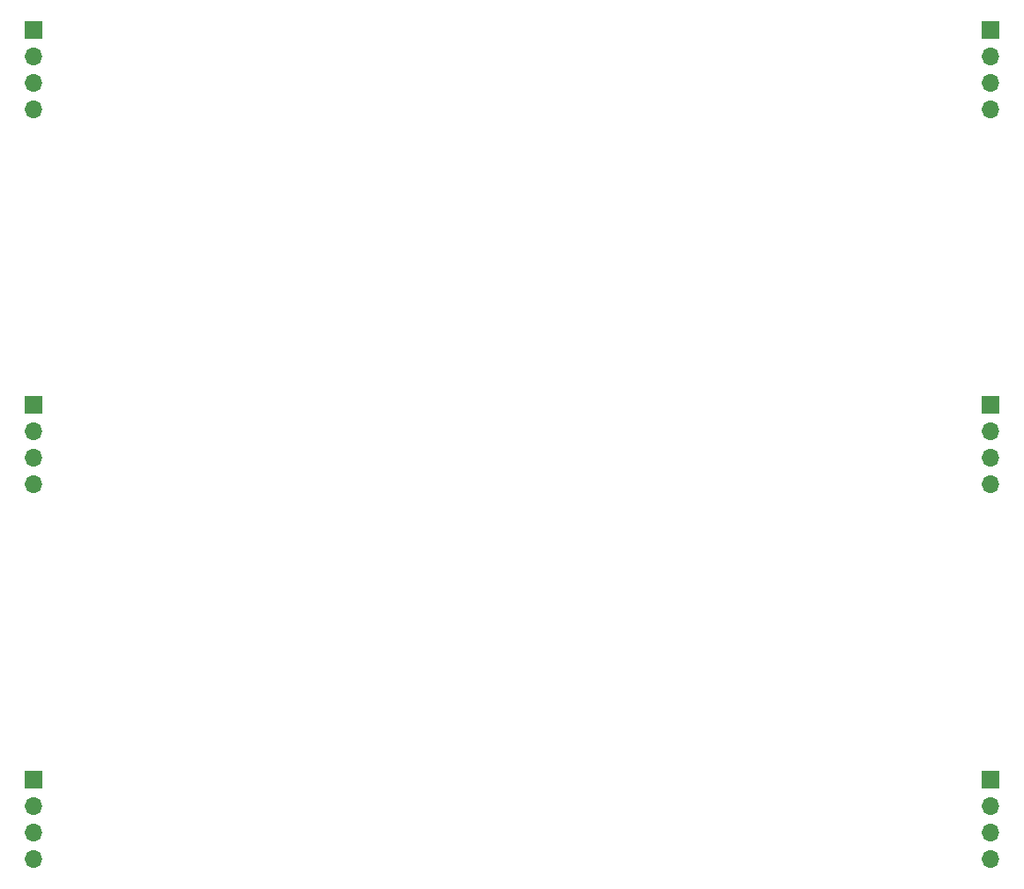
<source format=gbr>
%TF.GenerationSoftware,KiCad,Pcbnew,7.0.2*%
%TF.CreationDate,2023-09-04T15:42:33+02:00*%
%TF.ProjectId,TestingRig,54657374-696e-4675-9269-672e6b696361,rev?*%
%TF.SameCoordinates,Original*%
%TF.FileFunction,Soldermask,Bot*%
%TF.FilePolarity,Negative*%
%FSLAX46Y46*%
G04 Gerber Fmt 4.6, Leading zero omitted, Abs format (unit mm)*
G04 Created by KiCad (PCBNEW 7.0.2) date 2023-09-04 15:42:33*
%MOMM*%
%LPD*%
G01*
G04 APERTURE LIST*
%ADD10R,1.700000X1.700000*%
%ADD11O,1.700000X1.700000*%
G04 APERTURE END LIST*
D10*
%TO.C,J5*%
X96050000Y-97546250D03*
D11*
X96050000Y-100086250D03*
X96050000Y-102626250D03*
X96050000Y-105166250D03*
%TD*%
D10*
%TO.C,J4*%
X187950000Y-133546250D03*
D11*
X187950000Y-136086250D03*
X187950000Y-138626250D03*
X187950000Y-141166250D03*
%TD*%
D10*
%TO.C,J2*%
X187950000Y-61546250D03*
D11*
X187950000Y-64086250D03*
X187950000Y-66626250D03*
X187950000Y-69166250D03*
%TD*%
D10*
%TO.C,J3*%
X96050000Y-133546250D03*
D11*
X96050000Y-136086250D03*
X96050000Y-138626250D03*
X96050000Y-141166250D03*
%TD*%
D10*
%TO.C,J1*%
X96050000Y-61546250D03*
D11*
X96050000Y-64086250D03*
X96050000Y-66626250D03*
X96050000Y-69166250D03*
%TD*%
D10*
%TO.C,J6*%
X187950000Y-97546250D03*
D11*
X187950000Y-100086250D03*
X187950000Y-102626250D03*
X187950000Y-105166250D03*
%TD*%
M02*

</source>
